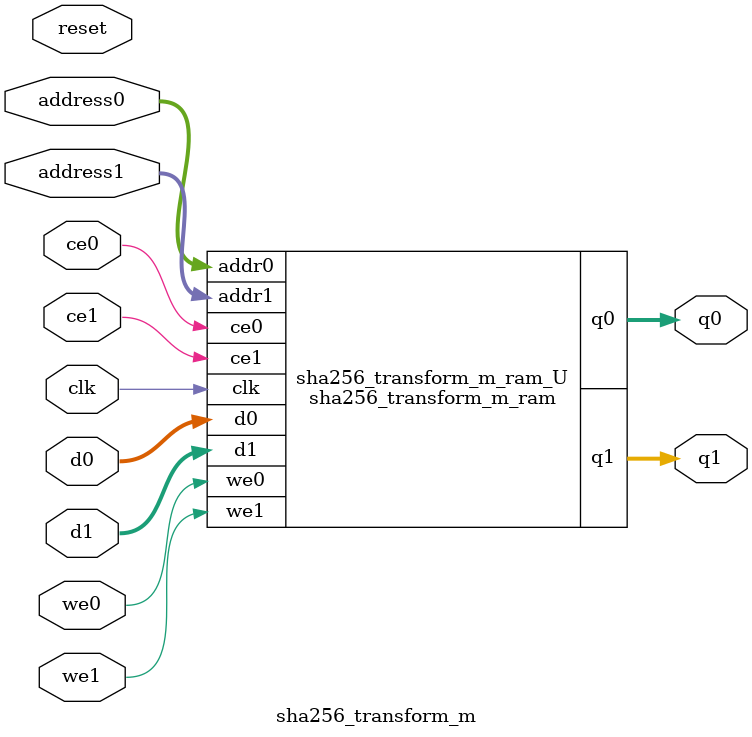
<source format=v>

`timescale 1 ns / 1 ps
module sha256_transform_m_ram (addr0, ce0, d0, we0, q0, addr1, ce1, d1, we1, q1,  clk);

parameter DWIDTH = 32;
parameter AWIDTH = 6;
parameter MEM_SIZE = 64;

input[AWIDTH-1:0] addr0;
input ce0;
input[DWIDTH-1:0] d0;
input we0;
output reg[DWIDTH-1:0] q0;
input[AWIDTH-1:0] addr1;
input ce1;
input[DWIDTH-1:0] d1;
input we1;
output reg[DWIDTH-1:0] q1;
input clk;

(* ram_style = "block" *)reg [DWIDTH-1:0] ram[0:MEM_SIZE-1];




always @(posedge clk)  
begin 
    if (ce0) 
    begin
        if (we0) 
        begin 
            ram[addr0] <= d0; 
            q0 <= d0;
        end 
        else 
            q0 <= ram[addr0];
    end
end


always @(posedge clk)  
begin 
    if (ce1) 
    begin
        if (we1) 
        begin 
            ram[addr1] <= d1; 
            q1 <= d1;
        end 
        else 
            q1 <= ram[addr1];
    end
end


endmodule


`timescale 1 ns / 1 ps
module sha256_transform_m(
    reset,
    clk,
    address0,
    ce0,
    we0,
    d0,
    q0,
    address1,
    ce1,
    we1,
    d1,
    q1);

parameter DataWidth = 32'd32;
parameter AddressRange = 32'd64;
parameter AddressWidth = 32'd6;
input reset;
input clk;
input[AddressWidth - 1:0] address0;
input ce0;
input we0;
input[DataWidth - 1:0] d0;
output[DataWidth - 1:0] q0;
input[AddressWidth - 1:0] address1;
input ce1;
input we1;
input[DataWidth - 1:0] d1;
output[DataWidth - 1:0] q1;



sha256_transform_m_ram sha256_transform_m_ram_U(
    .clk( clk ),
    .addr0( address0 ),
    .ce0( ce0 ),
    .d0( d0 ),
    .we0( we0 ),
    .q0( q0 ),
    .addr1( address1 ),
    .ce1( ce1 ),
    .d1( d1 ),
    .we1( we1 ),
    .q1( q1 ));

endmodule


</source>
